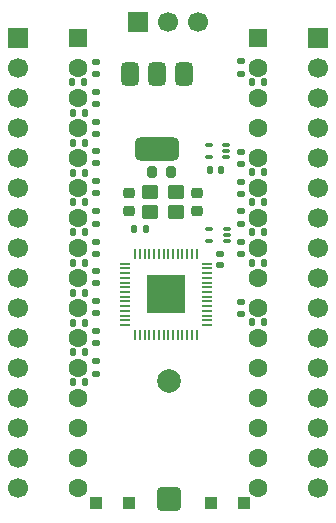
<source format=gbr>
%TF.GenerationSoftware,KiCad,Pcbnew,9.0.2-9.0.2-0~ubuntu22.04.1*%
%TF.CreationDate,2025-06-23T10:34:33-07:00*%
%TF.ProjectId,ds1486,64733134-3836-42e6-9b69-6361645f7063,rev?*%
%TF.SameCoordinates,Original*%
%TF.FileFunction,Soldermask,Top*%
%TF.FilePolarity,Negative*%
%FSLAX46Y46*%
G04 Gerber Fmt 4.6, Leading zero omitted, Abs format (unit mm)*
G04 Created by KiCad (PCBNEW 9.0.2-9.0.2-0~ubuntu22.04.1) date 2025-06-23 10:34:33*
%MOMM*%
%LPD*%
G01*
G04 APERTURE LIST*
G04 Aperture macros list*
%AMRoundRect*
0 Rectangle with rounded corners*
0 $1 Rounding radius*
0 $2 $3 $4 $5 $6 $7 $8 $9 X,Y pos of 4 corners*
0 Add a 4 corners polygon primitive as box body*
4,1,4,$2,$3,$4,$5,$6,$7,$8,$9,$2,$3,0*
0 Add four circle primitives for the rounded corners*
1,1,$1+$1,$2,$3*
1,1,$1+$1,$4,$5*
1,1,$1+$1,$6,$7*
1,1,$1+$1,$8,$9*
0 Add four rect primitives between the rounded corners*
20,1,$1+$1,$2,$3,$4,$5,0*
20,1,$1+$1,$4,$5,$6,$7,0*
20,1,$1+$1,$6,$7,$8,$9,0*
20,1,$1+$1,$8,$9,$2,$3,0*%
G04 Aperture macros list end*
%ADD10RoundRect,0.140000X-0.140000X-0.170000X0.140000X-0.170000X0.140000X0.170000X-0.140000X0.170000X0*%
%ADD11RoundRect,0.140000X-0.170000X0.140000X-0.170000X-0.140000X0.170000X-0.140000X0.170000X0.140000X0*%
%ADD12RoundRect,0.135000X-0.135000X-0.185000X0.135000X-0.185000X0.135000X0.185000X-0.135000X0.185000X0*%
%ADD13RoundRect,0.135000X-0.185000X0.135000X-0.185000X-0.135000X0.185000X-0.135000X0.185000X0.135000X0*%
%ADD14R,1.600000X1.600000*%
%ADD15C,1.600000*%
%ADD16RoundRect,0.135000X0.135000X0.185000X-0.135000X0.185000X-0.135000X-0.185000X0.135000X-0.185000X0*%
%ADD17RoundRect,0.250000X0.300000X0.300000X-0.300000X0.300000X-0.300000X-0.300000X0.300000X-0.300000X0*%
%ADD18R,1.700000X1.700000*%
%ADD19C,1.700000*%
%ADD20RoundRect,0.300000X-0.700000X-0.700000X0.700000X-0.700000X0.700000X0.700000X-0.700000X0.700000X0*%
%ADD21C,2.000000*%
%ADD22RoundRect,0.250000X0.450000X0.350000X-0.450000X0.350000X-0.450000X-0.350000X0.450000X-0.350000X0*%
%ADD23RoundRect,0.050000X0.285000X0.100000X-0.285000X0.100000X-0.285000X-0.100000X0.285000X-0.100000X0*%
%ADD24RoundRect,0.225000X-0.250000X0.225000X-0.250000X-0.225000X0.250000X-0.225000X0.250000X0.225000X0*%
%ADD25RoundRect,0.225000X0.250000X-0.225000X0.250000X0.225000X-0.250000X0.225000X-0.250000X-0.225000X0*%
%ADD26RoundRect,0.050000X0.387500X0.050000X-0.387500X0.050000X-0.387500X-0.050000X0.387500X-0.050000X0*%
%ADD27RoundRect,0.050000X0.050000X0.387500X-0.050000X0.387500X-0.050000X-0.387500X0.050000X-0.387500X0*%
%ADD28R,3.200000X3.200000*%
%ADD29RoundRect,0.375000X-0.375000X0.625000X-0.375000X-0.625000X0.375000X-0.625000X0.375000X0.625000X0*%
%ADD30RoundRect,0.500000X-1.400000X0.500000X-1.400000X-0.500000X1.400000X-0.500000X1.400000X0.500000X0*%
%ADD31RoundRect,0.200000X0.200000X0.275000X-0.200000X0.275000X-0.200000X-0.275000X0.200000X-0.275000X0*%
G04 APERTURE END LIST*
D10*
%TO.C,C19*%
X122940000Y-74700000D03*
X123900000Y-74700000D03*
%TD*%
D11*
%TO.C,C18*%
X123800000Y-81800000D03*
X123800000Y-82760000D03*
%TD*%
D12*
%TO.C,R12*%
X111300000Y-69850000D03*
X112320000Y-69850000D03*
%TD*%
%TO.C,R5*%
X111300000Y-85100000D03*
X112320000Y-85100000D03*
%TD*%
D13*
%TO.C,R33*%
X113250000Y-68080000D03*
X113250000Y-69100000D03*
%TD*%
D14*
%TO.C,J4*%
X111760000Y-63500000D03*
D15*
X111760000Y-66040000D03*
X111760000Y-68580000D03*
X111760000Y-71120000D03*
X111760000Y-73660000D03*
X111760000Y-76200000D03*
X111760000Y-78740000D03*
X111760000Y-81280000D03*
X111760000Y-83820000D03*
X111760000Y-86360000D03*
X111760000Y-88900000D03*
X111760000Y-91440000D03*
X111760000Y-93980000D03*
X111760000Y-96520000D03*
X111760000Y-99060000D03*
X111760000Y-101600000D03*
%TD*%
D13*
%TO.C,R28*%
X125550000Y-78230000D03*
X125550000Y-79250000D03*
%TD*%
%TO.C,R21*%
X113250000Y-85830000D03*
X113250000Y-86850000D03*
%TD*%
D12*
%TO.C,R19*%
X111280000Y-67300000D03*
X112300000Y-67300000D03*
%TD*%
D16*
%TO.C,R17*%
X127500000Y-80000000D03*
X126480000Y-80000000D03*
%TD*%
D13*
%TO.C,R35*%
X113250000Y-65580000D03*
X113250000Y-66600000D03*
%TD*%
D16*
%TO.C,R11*%
X127500000Y-67300000D03*
X126480000Y-67300000D03*
%TD*%
D12*
%TO.C,R7*%
X111300000Y-80000000D03*
X112320000Y-80000000D03*
%TD*%
%TO.C,R6*%
X111300000Y-87650000D03*
X112320000Y-87650000D03*
%TD*%
D13*
%TO.C,R3*%
X113250000Y-90930000D03*
X113250000Y-91950000D03*
%TD*%
D17*
%TO.C,D1*%
X116050000Y-102950000D03*
X113250000Y-102950000D03*
%TD*%
D18*
%TO.C,J3*%
X132080000Y-63500000D03*
D19*
X132080000Y-66040000D03*
X132080000Y-68580000D03*
X132080000Y-71120000D03*
X132080000Y-73660000D03*
X132080000Y-76200000D03*
X132080000Y-78740000D03*
X132080000Y-81280000D03*
X132080000Y-83820000D03*
X132080000Y-86360000D03*
X132080000Y-88900000D03*
X132080000Y-91440000D03*
X132080000Y-93980000D03*
X132080000Y-96520000D03*
X132080000Y-99060000D03*
X132080000Y-101600000D03*
%TD*%
D20*
%TO.C,BT1*%
X119500000Y-102550000D03*
D21*
X119500000Y-92550000D03*
%TD*%
D13*
%TO.C,R29*%
X125550000Y-85880000D03*
X125550000Y-86900000D03*
%TD*%
%TO.C,R34*%
X125550000Y-65530000D03*
X125550000Y-66550000D03*
%TD*%
D12*
%TO.C,R14*%
X111300000Y-72400000D03*
X112320000Y-72400000D03*
%TD*%
D18*
%TO.C,J2*%
X106680000Y-63500000D03*
D19*
X106680000Y-66040000D03*
X106680000Y-68580000D03*
X106680000Y-71120000D03*
X106680000Y-73660000D03*
X106680000Y-76200000D03*
X106680000Y-78740000D03*
X106680000Y-81280000D03*
X106680000Y-83820000D03*
X106680000Y-86360000D03*
X106680000Y-88900000D03*
X106680000Y-91440000D03*
X106680000Y-93980000D03*
X106680000Y-96520000D03*
X106680000Y-99060000D03*
X106680000Y-101600000D03*
%TD*%
D22*
%TO.C,Y2*%
X120080000Y-76550000D03*
X117880000Y-76550000D03*
X117880000Y-78250000D03*
X120080000Y-78250000D03*
%TD*%
D12*
%TO.C,R9*%
X111300000Y-74950000D03*
X112320000Y-74950000D03*
%TD*%
D13*
%TO.C,R31*%
X113250000Y-70650000D03*
X113250000Y-71670000D03*
%TD*%
D12*
%TO.C,R4*%
X111300000Y-90150000D03*
X112320000Y-90150000D03*
%TD*%
D23*
%TO.C,U5*%
X124300000Y-73600000D03*
X124300000Y-73100000D03*
X124300000Y-72600000D03*
X122820000Y-72600000D03*
X122820000Y-73600000D03*
%TD*%
D16*
%TO.C,R18*%
X127500000Y-77450000D03*
X126480000Y-77450000D03*
%TD*%
D24*
%TO.C,C3*%
X121850000Y-76650000D03*
X121850000Y-78200000D03*
%TD*%
D16*
%TO.C,R13*%
X127500000Y-74900000D03*
X126480000Y-74900000D03*
%TD*%
%TO.C,R16*%
X127500000Y-87600000D03*
X126480000Y-87600000D03*
%TD*%
D13*
%TO.C,R32*%
X125550000Y-73230000D03*
X125550000Y-74250000D03*
%TD*%
%TO.C,R22*%
X113250000Y-83300000D03*
X113250000Y-84320000D03*
%TD*%
D23*
%TO.C,U7*%
X124330000Y-80700000D03*
X124330000Y-80200000D03*
X124330000Y-79700000D03*
X122850000Y-79700000D03*
X122850000Y-80700000D03*
%TD*%
D13*
%TO.C,R24*%
X113250000Y-78230000D03*
X113250000Y-79250000D03*
%TD*%
%TO.C,R26*%
X113250000Y-73130000D03*
X113250000Y-74150000D03*
%TD*%
D16*
%TO.C,R15*%
X127500000Y-82550000D03*
X126480000Y-82550000D03*
%TD*%
D13*
%TO.C,R30*%
X125550000Y-80800000D03*
X125550000Y-81820000D03*
%TD*%
%TO.C,R27*%
X125550000Y-75700000D03*
X125550000Y-76720000D03*
%TD*%
D14*
%TO.C,J5*%
X127000000Y-63500000D03*
D15*
X127000000Y-66040000D03*
X127000000Y-68580000D03*
X127000000Y-71120000D03*
X127000000Y-73660000D03*
X127000000Y-76200000D03*
X127000000Y-78740000D03*
X127000000Y-81280000D03*
X127000000Y-83820000D03*
X127000000Y-86360000D03*
X127000000Y-88900000D03*
X127000000Y-91440000D03*
X127000000Y-93980000D03*
X127000000Y-96520000D03*
X127000000Y-99060000D03*
X127000000Y-101600000D03*
%TD*%
D25*
%TO.C,C4*%
X116100000Y-78200000D03*
X116100000Y-76650000D03*
%TD*%
D13*
%TO.C,R25*%
X113250000Y-75680000D03*
X113250000Y-76700000D03*
%TD*%
D26*
%TO.C,U1*%
X122637500Y-87850000D03*
X122637500Y-87450000D03*
X122637500Y-87050000D03*
X122637500Y-86650000D03*
X122637500Y-86250000D03*
X122637500Y-85850000D03*
X122637500Y-85450000D03*
X122637500Y-85050000D03*
X122637500Y-84650000D03*
X122637500Y-84250000D03*
X122637500Y-83850000D03*
X122637500Y-83450000D03*
X122637500Y-83050000D03*
X122637500Y-82650000D03*
D27*
X121800000Y-81812500D03*
X121400000Y-81812500D03*
X121000000Y-81812500D03*
X120600000Y-81812500D03*
X120200000Y-81812500D03*
X119800000Y-81812500D03*
X119400000Y-81812500D03*
X119000000Y-81812500D03*
X118600000Y-81812500D03*
X118200000Y-81812500D03*
X117800000Y-81812500D03*
X117400000Y-81812500D03*
X117000000Y-81812500D03*
X116600000Y-81812500D03*
D26*
X115762500Y-82650000D03*
X115762500Y-83050000D03*
X115762500Y-83450000D03*
X115762500Y-83850000D03*
X115762500Y-84250000D03*
X115762500Y-84650000D03*
X115762500Y-85050000D03*
X115762500Y-85450000D03*
X115762500Y-85850000D03*
X115762500Y-86250000D03*
X115762500Y-86650000D03*
X115762500Y-87050000D03*
X115762500Y-87450000D03*
X115762500Y-87850000D03*
D27*
X116600000Y-88687500D03*
X117000000Y-88687500D03*
X117400000Y-88687500D03*
X117800000Y-88687500D03*
X118200000Y-88687500D03*
X118600000Y-88687500D03*
X119000000Y-88687500D03*
X119400000Y-88687500D03*
X119800000Y-88687500D03*
X120200000Y-88687500D03*
X120600000Y-88687500D03*
X121000000Y-88687500D03*
X121400000Y-88687500D03*
X121800000Y-88687500D03*
D28*
X119200000Y-85250000D03*
%TD*%
D12*
%TO.C,R8*%
X111300000Y-82550000D03*
X112320000Y-82550000D03*
%TD*%
D29*
%TO.C,U3*%
X120750000Y-66600000D03*
X118450000Y-66600000D03*
D30*
X118450000Y-72900000D03*
D29*
X116150000Y-66600000D03*
%TD*%
D12*
%TO.C,R36*%
X116480000Y-79700000D03*
X117500000Y-79700000D03*
%TD*%
%TO.C,R10*%
X111300000Y-77450000D03*
X112320000Y-77450000D03*
%TD*%
%TO.C,R2*%
X111300000Y-92700000D03*
X112320000Y-92700000D03*
%TD*%
D31*
%TO.C,R1*%
X119630000Y-74900000D03*
X117980000Y-74900000D03*
%TD*%
D18*
%TO.C,J1*%
X116870000Y-62200000D03*
D19*
X119410000Y-62200000D03*
X121950000Y-62200000D03*
%TD*%
D13*
%TO.C,R23*%
X113250000Y-80780000D03*
X113250000Y-81800000D03*
%TD*%
%TO.C,R20*%
X113250000Y-88380000D03*
X113250000Y-89400000D03*
%TD*%
D17*
%TO.C,D2*%
X125850000Y-102950000D03*
X123050000Y-102950000D03*
%TD*%
M02*

</source>
